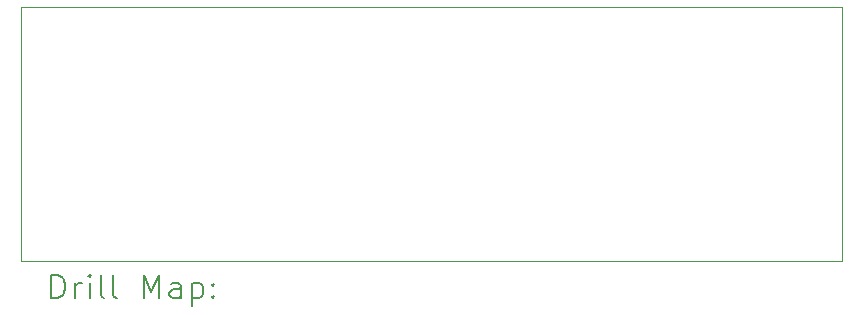
<source format=gbr>
%TF.GenerationSoftware,KiCad,Pcbnew,8.0.4*%
%TF.CreationDate,2024-08-04T02:14:51+02:00*%
%TF.ProjectId,Neopixel,4e656f70-6978-4656-9c2e-6b696361645f,rev?*%
%TF.SameCoordinates,Original*%
%TF.FileFunction,Drillmap*%
%TF.FilePolarity,Positive*%
%FSLAX45Y45*%
G04 Gerber Fmt 4.5, Leading zero omitted, Abs format (unit mm)*
G04 Created by KiCad (PCBNEW 8.0.4) date 2024-08-04 02:14:51*
%MOMM*%
%LPD*%
G01*
G04 APERTURE LIST*
%ADD10C,0.050000*%
%ADD11C,0.200000*%
G04 APERTURE END LIST*
D10*
X4850000Y-5950000D02*
X11800000Y-5950000D01*
X11800000Y-8100000D01*
X4850000Y-8100000D01*
X4850000Y-5950000D01*
D11*
X5108277Y-8413984D02*
X5108277Y-8213984D01*
X5108277Y-8213984D02*
X5155896Y-8213984D01*
X5155896Y-8213984D02*
X5184467Y-8223508D01*
X5184467Y-8223508D02*
X5203515Y-8242555D01*
X5203515Y-8242555D02*
X5213039Y-8261603D01*
X5213039Y-8261603D02*
X5222563Y-8299698D01*
X5222563Y-8299698D02*
X5222563Y-8328269D01*
X5222563Y-8328269D02*
X5213039Y-8366365D01*
X5213039Y-8366365D02*
X5203515Y-8385412D01*
X5203515Y-8385412D02*
X5184467Y-8404460D01*
X5184467Y-8404460D02*
X5155896Y-8413984D01*
X5155896Y-8413984D02*
X5108277Y-8413984D01*
X5308277Y-8413984D02*
X5308277Y-8280650D01*
X5308277Y-8318746D02*
X5317801Y-8299698D01*
X5317801Y-8299698D02*
X5327324Y-8290174D01*
X5327324Y-8290174D02*
X5346372Y-8280650D01*
X5346372Y-8280650D02*
X5365420Y-8280650D01*
X5432086Y-8413984D02*
X5432086Y-8280650D01*
X5432086Y-8213984D02*
X5422563Y-8223508D01*
X5422563Y-8223508D02*
X5432086Y-8233031D01*
X5432086Y-8233031D02*
X5441610Y-8223508D01*
X5441610Y-8223508D02*
X5432086Y-8213984D01*
X5432086Y-8213984D02*
X5432086Y-8233031D01*
X5555896Y-8413984D02*
X5536848Y-8404460D01*
X5536848Y-8404460D02*
X5527324Y-8385412D01*
X5527324Y-8385412D02*
X5527324Y-8213984D01*
X5660658Y-8413984D02*
X5641610Y-8404460D01*
X5641610Y-8404460D02*
X5632086Y-8385412D01*
X5632086Y-8385412D02*
X5632086Y-8213984D01*
X5889229Y-8413984D02*
X5889229Y-8213984D01*
X5889229Y-8213984D02*
X5955896Y-8356841D01*
X5955896Y-8356841D02*
X6022562Y-8213984D01*
X6022562Y-8213984D02*
X6022562Y-8413984D01*
X6203515Y-8413984D02*
X6203515Y-8309222D01*
X6203515Y-8309222D02*
X6193991Y-8290174D01*
X6193991Y-8290174D02*
X6174943Y-8280650D01*
X6174943Y-8280650D02*
X6136848Y-8280650D01*
X6136848Y-8280650D02*
X6117801Y-8290174D01*
X6203515Y-8404460D02*
X6184467Y-8413984D01*
X6184467Y-8413984D02*
X6136848Y-8413984D01*
X6136848Y-8413984D02*
X6117801Y-8404460D01*
X6117801Y-8404460D02*
X6108277Y-8385412D01*
X6108277Y-8385412D02*
X6108277Y-8366365D01*
X6108277Y-8366365D02*
X6117801Y-8347317D01*
X6117801Y-8347317D02*
X6136848Y-8337793D01*
X6136848Y-8337793D02*
X6184467Y-8337793D01*
X6184467Y-8337793D02*
X6203515Y-8328269D01*
X6298753Y-8280650D02*
X6298753Y-8480650D01*
X6298753Y-8290174D02*
X6317801Y-8280650D01*
X6317801Y-8280650D02*
X6355896Y-8280650D01*
X6355896Y-8280650D02*
X6374943Y-8290174D01*
X6374943Y-8290174D02*
X6384467Y-8299698D01*
X6384467Y-8299698D02*
X6393991Y-8318746D01*
X6393991Y-8318746D02*
X6393991Y-8375888D01*
X6393991Y-8375888D02*
X6384467Y-8394936D01*
X6384467Y-8394936D02*
X6374943Y-8404460D01*
X6374943Y-8404460D02*
X6355896Y-8413984D01*
X6355896Y-8413984D02*
X6317801Y-8413984D01*
X6317801Y-8413984D02*
X6298753Y-8404460D01*
X6479705Y-8394936D02*
X6489229Y-8404460D01*
X6489229Y-8404460D02*
X6479705Y-8413984D01*
X6479705Y-8413984D02*
X6470182Y-8404460D01*
X6470182Y-8404460D02*
X6479705Y-8394936D01*
X6479705Y-8394936D02*
X6479705Y-8413984D01*
X6479705Y-8290174D02*
X6489229Y-8299698D01*
X6489229Y-8299698D02*
X6479705Y-8309222D01*
X6479705Y-8309222D02*
X6470182Y-8299698D01*
X6470182Y-8299698D02*
X6479705Y-8290174D01*
X6479705Y-8290174D02*
X6479705Y-8309222D01*
M02*

</source>
